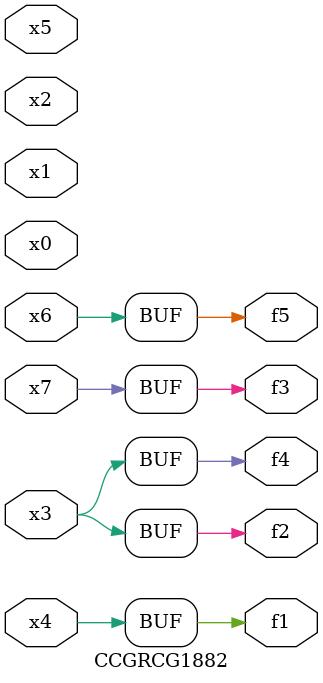
<source format=v>
module CCGRCG1882(
	input x0, x1, x2, x3, x4, x5, x6, x7,
	output f1, f2, f3, f4, f5
);
	assign f1 = x4;
	assign f2 = x3;
	assign f3 = x7;
	assign f4 = x3;
	assign f5 = x6;
endmodule

</source>
